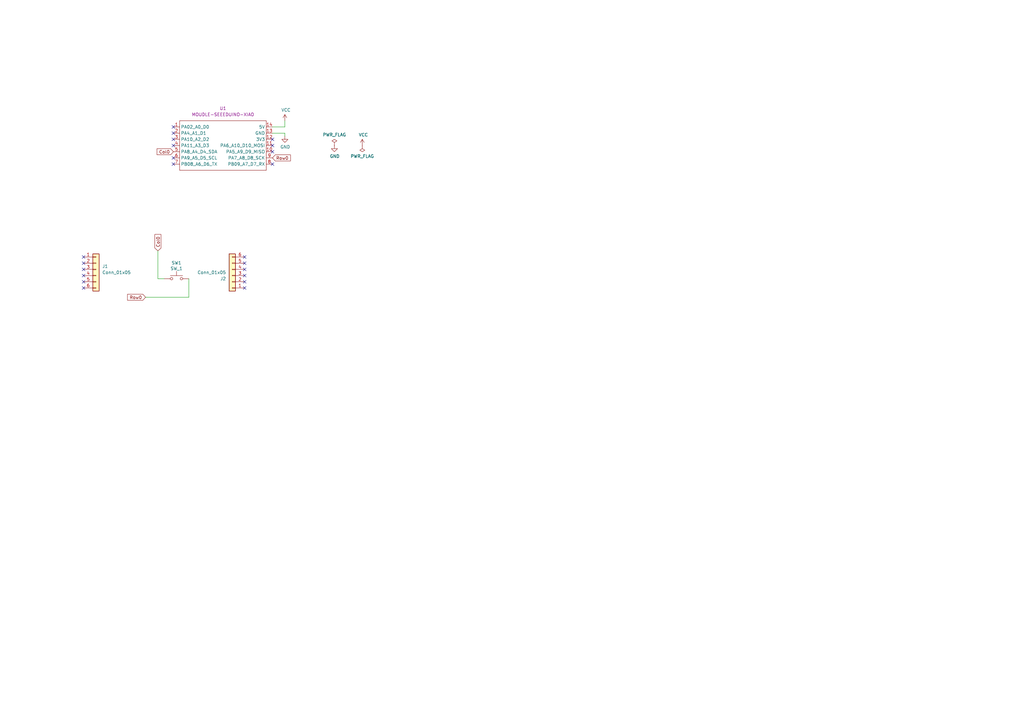
<source format=kicad_sch>
(kicad_sch (version 20211123) (generator eeschema)
  (paper "A3")
  (lib_symbols
    (symbol "Connector_Generic:Conn_01x06" (pin_names (offset 1.016) hide)
      (property "Reference" "J" (at 0 7.62 0))
      (property "Value" "Conn_01x06" (at 0 -10.16 0))
      (symbol "Conn_01x06_1_1"
        (rectangle (start -1.27 -7.493) (end 0 -7.747) (stroke (width 0.1524)))
        (rectangle (start -1.27 -4.953) (end 0 -5.207) (stroke (width 0.1524)))
        (rectangle (start -1.27 -2.413) (end 0 -2.667) (stroke (width 0.1524)))
        (rectangle (start -1.27 0.127) (end 0 -0.127) (stroke (width 0.1524)))
        (rectangle (start -1.27 2.667) (end 0 2.413) (stroke (width 0.1524)))
        (rectangle (start -1.27 5.207) (end 0 4.953) (stroke (width 0.1524)))
        (rectangle (start -1.27 6.35) (end 1.27 -8.89) (stroke (width 0.254)) (fill (type background)))
        (pin passive line (at -5.08 5.08 0) (length 3.81) (name "Pin_1") (number "1"))
        (pin passive line (at -5.08 2.54 0) (length 3.81) (name "Pin_2") (number "2"))
        (pin passive line (at -5.08 0 0) (length 3.81) (name "Pin_3") (number "3"))
        (pin passive line (at -5.08 -2.54 0) (length 3.81) (name "Pin_4") (number "4"))
        (pin passive line (at -5.08 -5.08 0) (length 3.81) (name "Pin_5") (number "5"))
        (pin passive line (at -5.08 -7.62 0) (length 3.81) (name "Pin_6") (number "6"))
      )
    )
    (symbol "MOUDLE-SEEEDUINO-XIAO:MOUDLE-SEEEDUINO-XIAO"
      (property "Value" "MOUDLE-SEEEDUINO-XIAO" (at 0 0 0))
      (property "Reference_1" "U" (at -16.51 11.43 0))
      (property "Value_1" "MOUDLE-SEEEDUINO-XIAO" (at -3.81 -11.43 0))
      (symbol "MOUDLE-SEEEDUINO-XIAO_0_1"
        (rectangle (start -16.51 10.16) (end 19.05 -10.16))
      )
      (symbol "MOUDLE-SEEEDUINO-XIAO_1_1"
        (pin passive line (at -19.05 7.62 0) (length 2.54) (name "PA02_A0_D0") (number "1"))
        (pin passive line (at 21.59 -2.54 180) (length 2.54) (name "PA5_A9_D9_MISO") (number "10"))
        (pin passive line (at 21.59 0 180) (length 2.54) (name "PA6_A10_D10_MOSI") (number "11"))
        (pin passive line (at 21.59 2.54 180) (length 2.54) (name "3V3") (number "12"))
        (pin passive line (at 21.59 5.08 180) (length 2.54) (name "GND") (number "13"))
        (pin passive line (at 21.59 7.62 180) (length 2.54) (name "5V") (number "14"))
        (pin passive line (at -19.05 5.08 0) (length 2.54) (name "PA4_A1_D1") (number "2"))
        (pin passive line (at -19.05 2.54 0) (length 2.54) (name "PA10_A2_D2") (number "3"))
        (pin passive line (at -19.05 0 0) (length 2.54) (name "PA11_A3_D3") (number "4"))
        (pin passive line (at -19.05 -2.54 0) (length 2.54) (name "PA8_A4_D4_SDA") (number "5"))
        (pin passive line (at -19.05 -5.08 0) (length 2.54) (name "PA9_A5_D5_SCL") (number "6"))
        (pin passive line (at -19.05 -7.62 0) (length 2.54) (name "PB08_A6_D6_TX") (number "7"))
        (pin passive line (at 21.59 -7.62 180) (length 2.54) (name "PB09_A7_D7_RX") (number "8"))
        (pin passive line (at 21.59 -5.08 180) (length 2.54) (name "PA7_A8_D8_SCK") (number "9"))
      )
    )
    (symbol "Switch:SW_Push" (pin_numbers hide) (pin_names (offset 1.016) hide)
      (property "Reference" "SW" (at 1.27 2.54 0))
      (property "Value" "SW_Push" (at 0 -1.524 0))
      (symbol "SW_Push_0_1"
        (circle (center -2.032 0) (radius 0.508))
        (polyline (pts (xy 0 1.27) (xy 0 3.048)))
        (polyline (pts (xy 2.54 1.27) (xy -2.54 1.27)))
        (circle (center 2.032 0) (radius 0.508))
        (pin passive line (at -5.08 0 0) (length 2.54) (name "1") (number "1"))
        (pin passive line (at 5.08 0 180) (length 2.54) (name "2") (number "2"))
      )
    )
    (symbol "power:GND" (power) (pin_names (offset 0))
      (property "Value" "GND" (at 0 -3.81 0))
      (symbol "GND_0_1"
        (polyline (pts (xy 0 0) (xy 0 -1.27) (xy 1.27 -1.27) (xy 0 -2.54) (xy -1.27 -1.27) (xy 0 -1.27)))
      )
      (symbol "GND_1_1"
        (pin power_in line (at 0 0 270) (length 0) hide (name "GND") (number "1"))
      )
    )
    (symbol "power:PWR_FLAG" (power) (pin_numbers hide) (pin_names (offset 0) hide)
      (property "Value" "PWR_FLAG" (at 0 3.81 0))
      (symbol "PWR_FLAG_0_0"
        (pin power_out line (at 0 0 90) (length 0) (name "pwr") (number "1"))
      )
      (symbol "PWR_FLAG_0_1"
        (polyline (pts (xy 0 0) (xy 0 1.27) (xy -1.016 1.905) (xy 0 2.54) (xy 1.016 1.905) (xy 0 1.27)))
      )
    )
    (symbol "power:VCC" (power) (pin_names (offset 0))
      (property "Value" "VCC" (at 0 3.81 0))
      (symbol "VCC_0_1"
        (polyline (pts (xy -0.762 1.27) (xy 0 2.54)))
        (polyline (pts (xy 0 0) (xy 0 2.54)))
        (polyline (pts (xy 0 2.54) (xy 0.762 1.27)))
      )
      (symbol "VCC_1_1"
        (pin power_in line (at 0 0 90) (length 0) hide (name "VCC") (number "1"))
      )
    )
  )
  (no_connect (at 100.33 118.11))
  (no_connect (at 111.76 59.69))
  (no_connect (at 34.29 105.41))
  (no_connect (at 71.12 67.31))
  (no_connect (at 100.33 115.57))
  (no_connect (at 111.76 62.23))
  (no_connect (at 34.29 118.11))
  (no_connect (at 34.29 115.57))
  (no_connect (at 34.29 107.95))
  (no_connect (at 71.12 59.69))
  (no_connect (at 111.76 57.15))
  (no_connect (at 100.33 105.41))
  (no_connect (at 34.29 113.03))
  (no_connect (at 111.76 67.31))
  (no_connect (at 34.29 110.49))
  (no_connect (at 100.33 113.03))
  (no_connect (at 71.12 54.61))
  (no_connect (at 100.33 107.95))
  (no_connect (at 100.33 110.49))
  (no_connect (at 71.12 64.77))
  (no_connect (at 71.12 57.15))
  (no_connect (at 71.12 52.07))
  (wire (pts (xy 64.77 114.3) (xy 67.31 114.3)))
  (wire (pts (xy 111.76 52.07) (xy 116.84 52.07)))
  (wire (pts (xy 64.77 102.87) (xy 64.77 114.3)))
  (wire (pts (xy 116.84 52.07) (xy 116.84 49.53)))
  (wire (pts (xy 77.47 114.3) (xy 77.47 121.92)))
  (wire (pts (xy 111.76 54.61) (xy 116.84 54.61)))
  (wire (pts (xy 59.69 121.92) (xy 77.47 121.92)))
  (wire (pts (xy 116.84 54.61) (xy 116.84 55.88)))
  (global_label "Row0" (shape input) (at 59.69 121.92 180) (property "Intersheet References" "${INTERSHEET_REFS}" (effects hide)))
  (global_label "Col0" (shape input) (at 71.12 62.23 180) (property "Intersheet References" "${INTERSHEET_REFS}" (effects hide)))
  (global_label "Row0" (shape input) (at 111.76 64.77 0) (property "Intersheet References" "${INTERSHEET_REFS}" (effects hide)))
  (global_label "Col0" (shape input) (at 64.77 102.87 90) (property "Intersheet References" "${INTERSHEET_REFS}" (effects hide)))
  (symbol (lib_id "power:VCC") (at 148.59 59.69 0) (unit 1)
    (property "Reference" "#PWR04" (effects hide))
    (property "Value" "VCC" (at 149.0218 55.2958 0))
  )
  (symbol (lib_id "power:GND") (at 116.84 55.88 0) (unit 1)
    (property "Reference" "#PWR02" (effects hide))
    (property "Value" "GND" (at 116.967 60.2742 0))
  )
  (symbol (lib_id "Switch:SW_Push") (at 72.39 114.3 0) (unit 1)
    (property "Reference" "SW1" (at 72.39 107.823 0))
    (property "Value" "SW_1" (at 72.39 110.1344 0))
    (property "Footprint" "kbd_SW:CherryMX_Solder_1u" (effects hide))
  )
  (symbol (lib_id "power:GND") (at 137.16 59.69 0) (unit 1)
    (property "Reference" "#PWR03" (effects hide))
    (property "Value" "GND" (at 137.287 64.0842 0))
  )
  (symbol (lib_id "MOUDLE-SEEEDUINO-XIAO:MOUDLE-SEEEDUINO-XIAO") (at 90.17 59.69 0) (unit 1)
    (property "Reference" "U1" (effects hide))
    (property "Value" "MOUDLE-SEEEDUINO-XIAO" (effects hide))
    (property "Footprint" "takashicompany:XIAO-RP2040-inside-only_Cutout" (effects hide))
    (property "Reference_1" "U1" (at 91.44 44.45 0))
    (property "Value_1" "MOUDLE-SEEEDUINO-XIAO" (at 91.44 46.99 0))
  )
  (symbol (lib_id "power:PWR_FLAG") (at 148.59 59.69 180) (unit 1)
    (property "Reference" "#FLG02" (effects hide))
    (property "Value" "PWR_FLAG" (at 148.59 64.0842 0))
  )
  (symbol (lib_id "Connector_Generic:Conn_01x06") (at 39.37 110.49 0) (unit 1)
    (property "Reference" "J1" (at 41.91 109.2199 0) (effects (justify left)))
    (property "Value" "Conn_01x05" (at 41.91 111.7599 0) (effects (justify left)))
    (property "Footprint" "Connector_PinSocket_2.54mm:PinSocket_1x06_P2.54mm_Vertical" (effects hide))
  )
  (symbol (lib_id "power:PWR_FLAG") (at 137.16 59.69 0) (unit 1)
    (property "Reference" "#FLG01" (effects hide))
    (property "Value" "PWR_FLAG" (at 137.16 55.2704 0))
  )
  (symbol (lib_id "power:VCC") (at 116.84 49.53 0) (unit 1)
    (property "Reference" "#PWR01" (effects hide))
    (property "Value" "VCC" (at 117.2718 45.1358 0))
  )
  (symbol (lib_id "Connector_Generic:Conn_01x06") (at 95.25 113.03 180) (unit 1)
    (property "Reference" "J2" (at 92.71 114.3001 0) (effects (justify left)))
    (property "Value" "Conn_01x05" (at 92.71 111.7601 0) (effects (justify left)))
    (property "Footprint" "Connector_PinSocket_2.54mm:PinSocket_1x06_P2.54mm_Vertical" (effects hide))
  )
)
</source>
